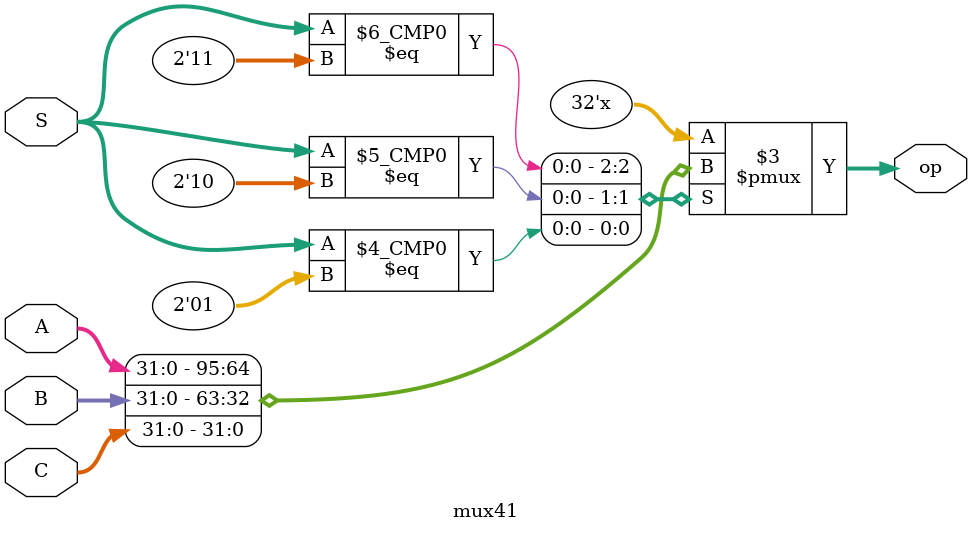
<source format=v>
`timescale 1ns / 1ps


module mux41(A,B,C,S,op);
input [31:0]A,B,C;
input [1:0]S;
output reg [31:0]op;
always@(*)
case(S)
2'b11:op=A;
2'b10:op=B;
2'b01:op=C; 
endcase

endmodule

</source>
